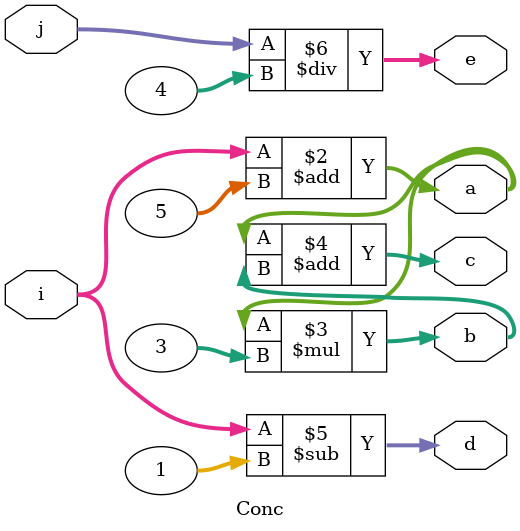
<source format=v>
`default_nettype	    none
`timescale 1ns/1ps
`include "Conc_defs.v"


module Conc(
  input  wire [31:0] i,
  input  wire [31:0] j,
  output reg  [31:0] a,
  output reg  [31:0] b,
  output reg  [31:0] c,
  output reg  [31:0] d,
  output reg  [31:0] e
);
  always @(i or j)
  begin
    a                = i + 5;
    b                = a * 3;
    c                = a + b;
    d                = i - 1;
    e                = j / 4;
  end
endmodule
</source>
